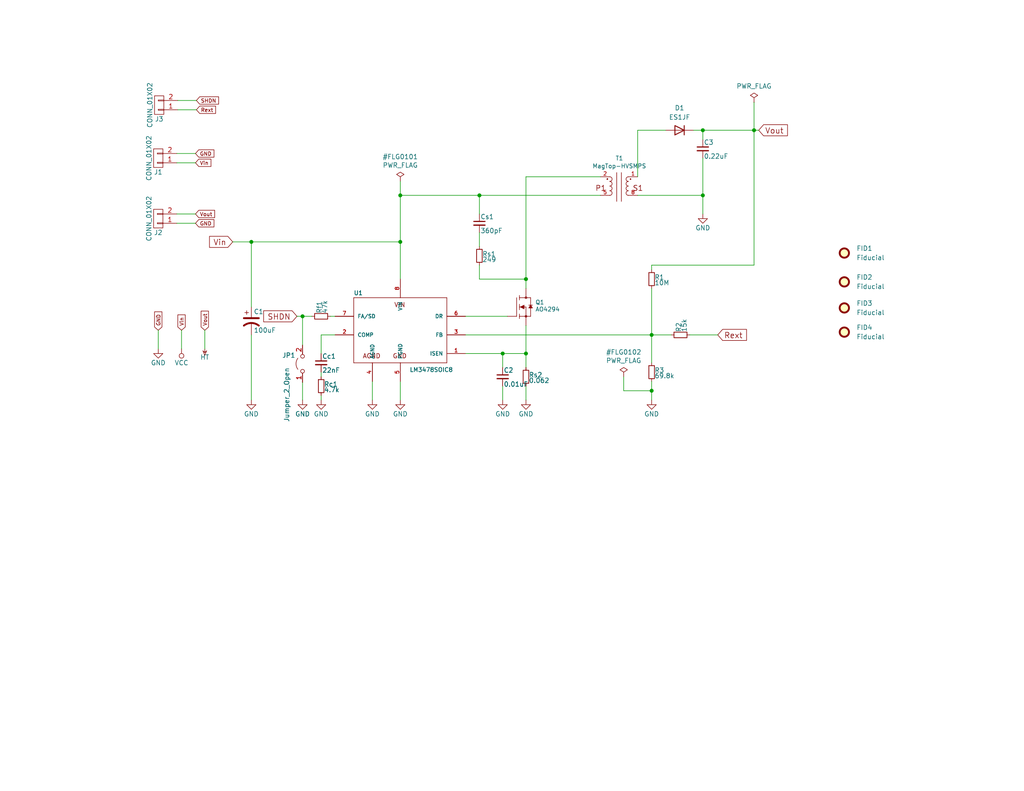
<source format=kicad_sch>
(kicad_sch (version 20211123) (generator eeschema)
  (paper "USLetter")
  (lib_symbols
    (symbol "Device:D" (pin_numbers hide) (pin_names (offset 1.016) hide)
      (property "Reference" "D" (at 0 2.54 0))
      (property "Value" "D" (at 0 -2.54 0))
      (symbol "D_0_1"
        (polyline (pts (xy -1.27 1.27) (xy -1.27 -1.27)) (stroke (width 0.254)))
        (polyline (pts (xy 1.27 0) (xy -1.27 0)))
        (polyline (pts (xy 1.27 1.27) (xy 1.27 -1.27) (xy -1.27 0) (xy 1.27 1.27)) (stroke (width 0.254)))
      )
      (symbol "D_1_1"
        (pin passive line (at -3.81 0 0) (length 2.54) (name "K") (number "1"))
        (pin passive line (at 3.81 0 180) (length 2.54) (name "A") (number "2"))
      )
    )
    (symbol "HVPS_SMD-rescue:PWR_FLAG-NixieClockMaster" (power) (pin_numbers hide) (pin_names (offset 0) hide)
      (property "Reference" "#FLG" (at 0 1.905 0))
      (property "Value" "PWR_FLAG-NixieClockMaster" (at 0 3.81 0))
      (symbol "PWR_FLAG-NixieClockMaster_0_0"
        (pin power_out line (at 0 0 90) (length 0) (name "pwr") (number "1"))
      )
      (symbol "PWR_FLAG-NixieClockMaster_0_1"
        (polyline (pts (xy 0 0) (xy 0 1.27) (xy -1.016 1.905) (xy 0 2.54) (xy 1.016 1.905) (xy 0 1.27)))
      )
    )
    (symbol "HVPS_SMD:CONN_01X02" (pin_names (offset 1.016) hide)
      (property "Reference" "J" (at 0 3.81 0))
      (property "Value" "CONN_01X02" (at 2.54 0 90))
      (symbol "CONN_01X02_0_1"
        (rectangle (start -1.27 -1.143) (end 0.254 -1.397))
        (rectangle (start -1.27 1.397) (end 0.254 1.143))
        (rectangle (start -1.27 2.54) (end 1.27 -2.54))
      )
      (symbol "CONN_01X02_1_1"
        (pin passive line (at -5.08 1.27 0) (length 3.81) (name "P1") (number "1"))
        (pin passive line (at -5.08 -1.27 0) (length 3.81) (name "P2") (number "2"))
      )
    )
    (symbol "HVPS_SMD:CP1" (pin_numbers hide) (pin_names (offset 0.254) hide)
      (property "Reference" "C" (at 0.635 2.54 0))
      (property "Value" "CP1" (at 0.635 -2.54 0))
      (symbol "CP1_0_1"
        (polyline (pts (xy -2.032 0.762) (xy 2.032 0.762)) (stroke (width 0.508)))
        (polyline (pts (xy -1.778 2.286) (xy -0.762 2.286)))
        (polyline (pts (xy -1.27 1.778) (xy -1.27 2.794)))
        (arc (start 2.032 -1.27) (mid 0 -0.5572) (end -2.032 -1.27) (stroke (width 0.508)))
      )
      (symbol "CP1_1_1"
        (pin passive line (at 0 3.81 270) (length 2.794) (name "~") (number "1"))
        (pin passive line (at 0 -3.81 90) (length 3.302) (name "~") (number "2"))
      )
    )
    (symbol "HVPS_SMD:C_Small" (pin_numbers hide) (pin_names (offset 0.254) hide)
      (property "Reference" "C" (at 0.254 1.778 0))
      (property "Value" "C_Small" (at 0.254 -2.032 0))
      (symbol "C_Small_0_1"
        (polyline (pts (xy -1.524 -0.508) (xy 1.524 -0.508)) (stroke (width 0.3302)))
        (polyline (pts (xy -1.524 0.508) (xy 1.524 0.508)) (stroke (width 0.3048)))
      )
      (symbol "C_Small_1_1"
        (pin passive line (at 0 2.54 270) (length 2.032) (name "~") (number "1"))
        (pin passive line (at 0 -2.54 90) (length 2.032) (name "~") (number "2"))
      )
    )
    (symbol "HVPS_SMD:GND" (power) (pin_names (offset 0))
      (property "Value" "GND" (at 0 -3.81 0))
      (symbol "GND_0_1"
        (polyline (pts (xy 0 0) (xy 0 -1.27) (xy 1.27 -1.27) (xy 0 -2.54) (xy -1.27 -1.27) (xy 0 -1.27)))
      )
      (symbol "GND_1_1"
        (pin power_in line (at 0 0 270) (length 0) hide (name "GND") (number "1"))
      )
    )
    (symbol "HVPS_SMD:HT" (power) (pin_names (offset 0))
      (property "Value" "HT" (at 0 2.286 0))
      (symbol "HT_0_0"
        (pin power_in line (at 0 0 90) (length 0) hide (name "HT") (number "1"))
      )
      (symbol "HT_0_1"
        (polyline (pts (xy 0 0) (xy 0 1.016) (xy 0 1.016)))
        (polyline (pts (xy 0 1.016) (xy 0.508 0.508) (xy 0 1.778) (xy -0.508 0.508) (xy 0 1.016) (xy 0 1.016)))
      )
    )
    (symbol "HVPS_SMD:LM3478SOIC8" (pin_names (offset 1.016))
      (property "Reference" "U" (at -12.7 8.255 0))
      (property "Value" "LM3478SOIC8" (at 2.54 -12.7 0))
      (symbol "LM3478SOIC8_1_0"
        (polyline (pts (xy -12.7 -10.16) (xy -12.7 7.62)))
        (polyline (pts (xy -12.7 7.62) (xy 12.7 7.62)))
        (polyline (pts (xy 12.7 -10.16) (xy -12.7 -10.16)))
        (polyline (pts (xy 12.7 7.62) (xy 12.7 -10.16)))
        (text "AGND" (at -7.8232 -8.2804 0) (effects (font (size 1.2192 1.2192))))
        (text "GND" (at -0.1524 -8.2804 0) (effects (font (size 1.2192 1.2192))))
        (text "VIN" (at -0.1524 5.6896 0) (effects (font (size 1.2192 1.2192))))
      )
      (symbol "LM3478SOIC8_1_1"
        (pin input line (at 17.78 -7.62 180) (length 5.08) (name "ISEN") (number "1"))
        (pin input line (at -17.78 -2.54 0) (length 5.08) (name "COMP") (number "2"))
        (pin input line (at 17.78 -2.54 180) (length 5.08) (name "FB") (number "3"))
        (pin power_in line (at -7.62 -15.24 90) (length 5.08) (name "AGND") (number "4"))
        (pin power_in line (at 0 -15.24 90) (length 5.08) (name "PGND") (number "5"))
        (pin output line (at 17.78 2.54 180) (length 5.08) (name "DR") (number "6"))
        (pin input line (at -17.78 2.54 0) (length 5.08) (name "FA/SD") (number "7"))
        (pin power_in line (at 0 12.7 270) (length 5.08) (name "VIN") (number "8"))
      )
    )
    (symbol "HVPS_SMD:MOSFET_SO08" (pin_numbers hide) (pin_names (offset 1.016) hide)
      (property "Reference" "M" (at -11.43 1.27 0))
      (property "Value" "MOSFET_SO08" (at -11.43 3.81 0))
      (symbol "MOSFET_SO08_1_0"
        (polyline (pts (xy 0 2.54) (xy 0 -2.54)))
        (polyline (pts (xy 0.762 -2.54) (xy 0.762 -3.175)))
        (polyline (pts (xy 0.762 -1.905) (xy 0.762 -2.54)))
        (polyline (pts (xy 0.762 0) (xy 0.762 -0.762)))
        (polyline (pts (xy 0.762 0) (xy 2.54 0)))
        (polyline (pts (xy 0.762 0.762) (xy 0.762 0)))
        (polyline (pts (xy 0.762 2.54) (xy 0.762 1.905)))
        (polyline (pts (xy 0.762 2.54) (xy 3.81 2.54)))
        (polyline (pts (xy 0.762 3.175) (xy 0.762 2.54)))
        (polyline (pts (xy 2.54 -2.54) (xy 0.762 -2.54)))
        (polyline (pts (xy 2.54 -2.54) (xy 3.81 -2.54)))
        (polyline (pts (xy 2.54 0) (xy 2.54 -2.54)))
        (polyline (pts (xy 3.302 0.508) (xy 3.81 0.508)))
        (polyline (pts (xy 3.81 -0.508) (xy 3.81 -2.54)))
        (polyline (pts (xy 3.81 0.508) (xy 3.81 -0.508)))
        (polyline (pts (xy 3.81 0.508) (xy 4.318 0.508)))
        (polyline (pts (xy 3.81 2.54) (xy 3.81 0.508)))
      )
      (symbol "MOSFET_SO08_1_1"
        (polyline (pts (xy 1.016 0) (xy 2.032 0.508) (xy 2.032 0.508) (xy 2.032 -0.508) (xy 2.032 -0.508) (xy 1.016 0)) (fill (type outline)))
        (polyline (pts (xy 3.81 0.508) (xy 3.302 -0.254) (xy 3.302 -0.254) (xy 4.318 -0.254) (xy 4.318 -0.254) (xy 3.81 0.508)) (fill (type outline)))
        (circle (center 2.54 -2.54) (radius 0.254))
        (circle (center 2.54 2.54) (radius 0.254))
        (pin passive line (at 2.54 -5.08 90) (length 2.54) (name "S") (number "1"))
        (pin passive line (at 2.54 -5.08 90) (length 2.54) hide (name "S") (number "2"))
        (pin passive line (at 2.54 -5.08 90) (length 2.54) hide (name "S") (number "3"))
        (pin passive line (at -2.54 -2.54 0) (length 2.54) (name "G") (number "4"))
        (pin passive line (at 2.54 5.08 270) (length 2.54) (name "D") (number "5"))
        (pin passive line (at 2.54 5.08 270) (length 2.54) hide (name "D") (number "6"))
        (pin passive line (at 2.54 5.08 270) (length 2.54) hide (name "D") (number "7"))
        (pin passive line (at 2.54 5.08 270) (length 2.54) hide (name "D") (number "8"))
      )
    )
    (symbol "HVPS_SMD:MagTop-HVSMPS" (pin_names (offset 1.016) hide)
      (property "Reference" "T" (at -6.35 12.7 0))
      (property "Value" "MagTop-HVSMPS" (at -6.35 0 0))
      (symbol "MagTop-HVSMPS_1_0"
        (polyline (pts (xy -0.635 11.303) (xy -0.635 3.429)))
        (polyline (pts (xy 0.635 11.303) (xy 0.635 3.429)))
        (text "P1" (at -5.0038 7.0612 0) (effects (font (size 1.4224 1.4224))))
        (text "S1" (at 5.1562 7.0612 0) (effects (font (size 1.4224 1.4224))))
      )
      (symbol "MagTop-HVSMPS_1_1"
        (circle (center -3.2258 9.4488) (radius 0.0001))
        (circle (center -3.175 9.5758) (radius 0.127) (fill (type outline)))
        (arc (start -2.54 5.08) (mid -1.905 5.715) (end -2.54 6.35))
        (arc (start -2.54 6.35) (mid -1.905 6.985) (end -2.54 7.62))
        (arc (start -2.54 7.62) (mid -1.905 8.255) (end -2.54 8.89))
        (arc (start -2.54 8.89) (mid -1.905 9.525) (end -2.54 10.16))
        (arc (start 2.54 6.35) (mid 1.905 5.715) (end 2.54 5.08))
        (arc (start 2.54 7.62) (mid 1.905 6.985) (end 2.54 6.35))
        (arc (start 2.54 8.89) (mid 1.905 8.255) (end 2.54 7.62))
        (arc (start 2.54 10.16) (mid 1.905 9.525) (end 2.54 8.89))
        (circle (center 3.1242 9.525) (radius 0.127) (fill (type outline)))
        (pin passive line (at 5.08 10.16 180) (length 2.54) (name "1") (number "1"))
        (pin passive line (at -5.08 10.16 0) (length 2.54) (name "2") (number "2"))
        (pin passive line (at -5.08 5.08 0) (length 2.54) (name "5") (number "5"))
        (pin passive line (at 5.08 5.08 180) (length 2.54) (name "8") (number "8"))
      )
    )
    (symbol "HVPS_SMD:R_Small" (pin_numbers hide) (pin_names (offset 0.254) hide)
      (property "Reference" "R" (at 0.762 0.508 0))
      (property "Value" "R_Small" (at 0.762 -1.016 0))
      (symbol "R_Small_0_1"
        (rectangle (start -0.762 1.778) (end 0.762 -1.778) (stroke (width 0.2032)))
      )
      (symbol "R_Small_1_1"
        (pin passive line (at 0 2.54 270) (length 0.762) (name "~") (number "1"))
        (pin passive line (at 0 -2.54 90) (length 0.762) (name "~") (number "2"))
      )
    )
    (symbol "HVPS_SMD:VCC" (power) (pin_names (offset 0))
      (property "Value" "VCC" (at 0 3.81 0))
      (symbol "VCC_0_1"
        (polyline (pts (xy 0 0) (xy 0 1.27)))
        (circle (center 0 1.905) (radius 0.635))
      )
      (symbol "VCC_1_1"
        (pin power_in line (at 0 0 90) (length 0) hide (name "VCC") (number "1"))
      )
    )
    (symbol "Mechanical:Fiducial"
      (property "Reference" "FID" (at 0 5.08 0))
      (property "Value" "Fiducial" (at 0 3.175 0))
      (symbol "Fiducial_0_1"
        (circle (center 0 0) (radius 1.27) (stroke (width 0.508)) (fill (type background)))
      )
    )
    (symbol "NixieClockMaster:Jumper_2_Open" (pin_names (offset 0) hide)
      (property "Reference" "JP1" (at 0 4.699 0))
      (property "Value" "Jumper_2_Open" (at 0 2.3876 0))
      (symbol "Jumper_2_Open_0_0"
        (circle (center -2.032 0) (radius 0.508))
        (circle (center 2.032 0) (radius 0.508))
      )
      (symbol "Jumper_2_Open_0_1"
        (arc (start 1.524 1.27) (mid 0 1.778) (end -1.524 1.27))
      )
      (symbol "Jumper_2_Open_1_1"
        (pin passive line (at -5.08 0 0) (length 2.54) (name "A") (number "1"))
        (pin passive line (at 5.08 0 180) (length 2.54) (name "B") (number "2"))
      )
    )
  )
  (junction (at 191.77 53.34))
  (junction (at 130.81 53.34))
  (junction (at 137.16 96.52))
  (junction (at 143.51 96.52))
  (junction (at 143.51 76.2))
  (junction (at 177.8 106.68))
  (junction (at 177.8 91.44))
  (junction (at 82.55 86.36))
  (junction (at 109.22 53.34))
  (junction (at 191.77 35.56))
  (junction (at 205.74 35.56))
  (junction (at 109.22 66.04))
  (junction (at 68.58 66.04))
  (wire (pts (xy 109.22 104.14) (xy 109.22 109.22)))
  (wire (pts (xy 130.81 63.5) (xy 130.81 67.31)))
  (wire (pts (xy 143.51 96.52) (xy 143.51 100.33)))
  (wire (pts (xy 173.99 35.56) (xy 173.99 48.26)))
  (wire (pts (xy 82.55 86.36) (xy 85.09 86.36)))
  (wire (pts (xy 53.594 29.972) (xy 48.514 29.972)))
  (wire (pts (xy 205.74 35.56) (xy 207.01 35.56)))
  (wire (pts (xy 130.81 53.34) (xy 163.83 53.34)))
  (wire (pts (xy 81.026 86.36) (xy 82.55 86.36)))
  (wire (pts (xy 205.74 35.56) (xy 205.74 72.39)))
  (wire (pts (xy 68.58 83.82) (xy 68.58 66.04)))
  (wire (pts (xy 143.51 88.9) (xy 143.51 96.52)))
  (wire (pts (xy 173.99 35.56) (xy 181.61 35.56)))
  (wire (pts (xy 109.22 66.04) (xy 109.22 76.2)))
  (wire (pts (xy 53.34 60.96) (xy 48.26 60.96)))
  (wire (pts (xy 177.8 91.44) (xy 183.134 91.44)))
  (wire (pts (xy 87.63 107.95) (xy 87.63 109.22)))
  (wire (pts (xy 109.22 53.34) (xy 130.81 53.34)))
  (wire (pts (xy 137.16 96.52) (xy 137.16 100.33)))
  (wire (pts (xy 109.22 49.53) (xy 109.22 53.34)))
  (wire (pts (xy 177.8 78.74) (xy 177.8 91.44)))
  (wire (pts (xy 82.55 86.36) (xy 82.55 94.234)))
  (wire (pts (xy 170.18 102.87) (xy 170.18 106.68)))
  (wire (pts (xy 188.214 91.44) (xy 195.834 91.44)))
  (wire (pts (xy 91.44 86.36) (xy 90.17 86.36)))
  (wire (pts (xy 127 86.36) (xy 138.43 86.36)))
  (wire (pts (xy 127 96.52) (xy 137.16 96.52)))
  (wire (pts (xy 143.51 105.41) (xy 143.51 109.22)))
  (wire (pts (xy 53.34 44.45) (xy 48.26 44.45)))
  (wire (pts (xy 191.77 35.56) (xy 205.74 35.56)))
  (wire (pts (xy 191.77 43.18) (xy 191.77 53.34)))
  (wire (pts (xy 191.77 35.56) (xy 191.77 38.1)))
  (wire (pts (xy 87.63 101.6) (xy 87.63 102.87)))
  (wire (pts (xy 173.99 53.34) (xy 191.77 53.34)))
  (wire (pts (xy 177.8 91.44) (xy 127 91.44)))
  (wire (pts (xy 137.16 96.52) (xy 143.51 96.52)))
  (wire (pts (xy 109.22 53.34) (xy 109.22 66.04)))
  (wire (pts (xy 49.53 90.17) (xy 49.53 95.25)))
  (wire (pts (xy 63.5 66.04) (xy 68.58 66.04)))
  (wire (pts (xy 91.44 91.44) (xy 87.63 91.44)))
  (wire (pts (xy 170.18 106.68) (xy 177.8 106.68)))
  (wire (pts (xy 87.63 91.44) (xy 87.63 96.52)))
  (wire (pts (xy 130.81 76.2) (xy 143.51 76.2)))
  (wire (pts (xy 205.74 72.39) (xy 177.8 72.39)))
  (wire (pts (xy 163.83 48.26) (xy 143.51 48.26)))
  (wire (pts (xy 82.55 104.394) (xy 82.55 109.22)))
  (wire (pts (xy 43.18 90.17) (xy 43.18 95.25)))
  (wire (pts (xy 68.58 91.44) (xy 68.58 109.22)))
  (wire (pts (xy 143.51 48.26) (xy 143.51 76.2)))
  (wire (pts (xy 68.58 66.04) (xy 109.22 66.04)))
  (wire (pts (xy 177.8 104.14) (xy 177.8 106.68)))
  (wire (pts (xy 101.6 104.14) (xy 101.6 109.22)))
  (wire (pts (xy 130.81 53.34) (xy 130.81 58.42)))
  (wire (pts (xy 177.8 72.39) (xy 177.8 73.66)))
  (wire (pts (xy 205.74 27.94) (xy 205.74 35.56)))
  (wire (pts (xy 143.51 76.2) (xy 143.51 78.74)))
  (wire (pts (xy 53.34 58.42) (xy 48.26 58.42)))
  (wire (pts (xy 137.16 105.41) (xy 137.16 109.22)))
  (wire (pts (xy 55.88 90.17) (xy 55.88 95.25)))
  (wire (pts (xy 177.8 91.44) (xy 177.8 99.06)))
  (wire (pts (xy 53.34 41.91) (xy 48.26 41.91)))
  (wire (pts (xy 53.594 27.432) (xy 48.514 27.432)))
  (wire (pts (xy 189.23 35.56) (xy 191.77 35.56)))
  (wire (pts (xy 177.8 106.68) (xy 177.8 109.22)))
  (wire (pts (xy 130.81 72.39) (xy 130.81 76.2)))
  (wire (pts (xy 191.77 53.34) (xy 191.77 58.42)))
  (global_label "GND" (shape input) (at 43.18 90.17 90) (effects (font (size 1.016 1.016))) (property "Intersheet References" "${INTERSHEET_REFS}" (effects hide)))
  (global_label "GND" (shape input) (at 53.34 41.91 0) (effects (font (size 1.016 1.016))) (property "Intersheet References" "${INTERSHEET_REFS}" (effects hide)))
  (global_label "Vout" (shape input) (at 53.34 58.42 0) (effects (font (size 1.016 1.016))) (property "Intersheet References" "${INTERSHEET_REFS}" (effects hide)))
  (global_label "Vout" (shape input) (at 207.01 35.56 0) (effects (font (size 1.524 1.524))) (property "Intersheet References" "${INTERSHEET_REFS}" (effects hide)))
  (global_label "Vin" (shape input) (at 49.53 90.17 90) (effects (font (size 1.016 1.016))) (property "Intersheet References" "${INTERSHEET_REFS}" (effects hide)))
  (global_label "SHDN" (shape input) (at 81.026 86.36 180) (effects (font (size 1.524 1.524))) (property "Intersheet References" "${INTERSHEET_REFS}" (effects hide)))
  (global_label "Rext" (shape input) (at 195.834 91.44 0) (effects (font (size 1.524 1.524))) (property "Intersheet References" "${INTERSHEET_REFS}" (effects hide)))
  (global_label "Vin" (shape input) (at 63.5 66.04 180) (effects (font (size 1.524 1.524))) (property "Intersheet References" "${INTERSHEET_REFS}" (effects hide)))
  (global_label "Vout" (shape input) (at 55.88 90.17 90) (effects (font (size 1.016 1.016))) (property "Intersheet References" "${INTERSHEET_REFS}" (effects hide)))
  (global_label "GND" (shape input) (at 53.34 60.96 0) (effects (font (size 1.016 1.016))) (property "Intersheet References" "${INTERSHEET_REFS}" (effects hide)))
  (global_label "Vin" (shape input) (at 53.34 44.45 0) (effects (font (size 1.016 1.016))) (property "Intersheet References" "${INTERSHEET_REFS}" (effects hide)))
  (global_label "Rext" (shape input) (at 53.594 29.972 0) (effects (font (size 1.016 1.016))) (property "Intersheet References" "${INTERSHEET_REFS}" (effects hide)))
  (global_label "SHDN" (shape input) (at 53.594 27.432 0) (effects (font (size 1.016 1.016))) (property "Intersheet References" "${INTERSHEET_REFS}" (effects hide)))
  (symbol (lib_id "HVPS_SMD:LM3478SOIC8") (at 109.22 88.9 0) (unit 1)
    (property "Reference" "U1" (at 96.52 80.645 0) (effects (font (size 1.143 1.143)) (justify left bottom)))
    (property "Value" "LM3478SOIC8" (at 111.76 101.6 0) (effects (font (size 1.143 1.143)) (justify left bottom)))
    (property "Footprint" "Package_SO:SOIC-8_3.9x4.9mm_P1.27mm" (effects hide))
  )
  (symbol (lib_id "HVPS_SMD:MOSFET_SO08") (at 140.97 83.82 0) (unit 1)
    (property "Reference" "Q1" (at 146.05 83.185 0) (effects (font (size 1.143 1.143)) (justify left bottom)))
    (property "Value" "AO4294" (at 146.05 85.09 0) (effects (font (size 1.143 1.143)) (justify left bottom)))
    (property "Footprint" "Package_SO:SOIC-8_3.9x4.9mm_P1.27mm" (effects hide))
  )
  (symbol (lib_id "HVPS_SMD:GND") (at 109.22 109.22 0) (unit 1)
    (property "Reference" "#PWR01" (effects hide))
    (property "Value" "GND" (at 109.22 113.03 0))
  )
  (symbol (lib_id "HVPS_SMD:GND") (at 101.6 109.22 0) (unit 1)
    (property "Reference" "#PWR02" (effects hide))
    (property "Value" "GND" (at 101.6 113.03 0))
  )
  (symbol (lib_id "HVPS_SMD:GND") (at 143.51 109.22 0) (unit 1)
    (property "Reference" "#PWR03" (effects hide))
    (property "Value" "GND" (at 143.51 113.03 0))
  )
  (symbol (lib_id "HVPS_SMD:R_Small") (at 143.51 102.87 0) (unit 1)
    (property "Reference" "Rs2" (at 144.272 102.362 0) (effects (justify left)))
    (property "Value" "0.062" (at 144.272 103.886 0) (effects (justify left)))
    (property "Footprint" "Resistor_SMD:R_1206_3216Metric" (effects hide))
    (property "Datasheet" "C327069" (effects hide))
  )
  (symbol (lib_id "HVPS_SMD:C_Small") (at 137.16 102.87 0) (unit 1)
    (property "Reference" "C2" (at 137.414 101.092 0) (effects (justify left)))
    (property "Value" "0.01uF" (at 137.414 104.902 0) (effects (justify left)))
    (property "Footprint" "Capacitor_SMD:C_0805_2012Metric" (effects hide))
  )
  (symbol (lib_id "HVPS_SMD:GND") (at 137.16 109.22 0) (unit 1)
    (property "Reference" "#PWR04" (effects hide))
    (property "Value" "GND" (at 137.16 113.03 0))
  )
  (symbol (lib_id "HVPS_SMD:C_Small") (at 87.63 99.06 0) (unit 1)
    (property "Reference" "Cc1" (at 87.884 97.282 0) (effects (justify left)))
    (property "Value" "22nF" (at 87.884 101.092 0) (effects (justify left)))
    (property "Footprint" "Capacitor_SMD:C_0805_2012Metric" (effects hide))
  )
  (symbol (lib_id "HVPS_SMD:R_Small") (at 87.63 105.41 0) (unit 1)
    (property "Reference" "Rc1" (at 88.392 104.902 0) (effects (justify left)))
    (property "Value" "4.7k" (at 88.392 106.426 0) (effects (justify left)))
    (property "Footprint" "lib_fp:R_0805" (effects hide))
  )
  (symbol (lib_id "HVPS_SMD:GND") (at 87.63 109.22 0) (unit 1)
    (property "Reference" "#PWR05" (effects hide))
    (property "Value" "GND" (at 87.63 113.03 0))
  )
  (symbol (lib_id "HVPS_SMD:C_Small") (at 191.77 40.64 0) (unit 1)
    (property "Reference" "C3" (at 192.024 38.862 0) (effects (justify left)))
    (property "Value" "0.22uF" (at 192.024 42.672 0) (effects (justify left)))
    (property "Footprint" "lib_fp:C_1210" (effects hide))
  )
  (symbol (lib_id "HVPS_SMD:GND") (at 191.77 58.42 0) (unit 1)
    (property "Reference" "#PWR06" (effects hide))
    (property "Value" "GND" (at 191.77 62.23 0))
  )
  (symbol (lib_id "HVPS_SMD:R_Small") (at 177.8 101.6 0) (unit 1)
    (property "Reference" "R3" (at 178.562 101.092 0) (effects (justify left)))
    (property "Value" "69.8k" (at 178.562 102.616 0) (effects (justify left)))
    (property "Footprint" "lib_fp:R_0805" (effects hide))
  )
  (symbol (lib_id "HVPS_SMD:R_Small") (at 87.63 86.36 90) (unit 1)
    (property "Reference" "Rf1" (at 87.122 85.598 0) (effects (justify left)))
    (property "Value" "47k" (at 88.646 85.598 0) (effects (justify left)))
    (property "Footprint" "lib_fp:R_0805" (effects hide))
  )
  (symbol (lib_id "HVPS_SMD:GND") (at 177.8 109.22 0) (unit 1)
    (property "Reference" "#PWR07" (effects hide))
    (property "Value" "GND" (at 177.8 113.03 0))
  )
  (symbol (lib_id "HVPS_SMD:R_Small") (at 130.81 69.85 0) (unit 1)
    (property "Reference" "Rs1" (at 131.572 69.342 0) (effects (justify left)))
    (property "Value" "249" (at 131.572 70.866 0) (effects (justify left)))
    (property "Footprint" "lib_fp:R_1206" (effects hide))
  )
  (symbol (lib_id "HVPS_SMD:C_Small") (at 130.81 60.96 0) (unit 1)
    (property "Reference" "Cs1" (at 131.064 59.182 0) (effects (justify left)))
    (property "Value" "360pF" (at 131.064 62.992 0) (effects (justify left)))
    (property "Footprint" "Capacitor_SMD:C_0805_2012Metric" (effects hide))
    (property "Datasheet" "C28167" (effects hide))
  )
  (symbol (lib_id "HVPS_SMD:CP1") (at 68.58 87.63 0) (unit 1)
    (property "Reference" "C1" (at 69.215 85.09 0) (effects (justify left)))
    (property "Value" "100uF" (at 69.215 90.17 0) (effects (justify left)))
    (property "Footprint" "lib_fp:C_1210" (effects hide))
  )
  (symbol (lib_id "HVPS_SMD:GND") (at 68.58 109.22 0) (unit 1)
    (property "Reference" "#PWR08" (effects hide))
    (property "Value" "GND" (at 68.58 113.03 0))
  )
  (symbol (lib_id "HVPS_SMD:CONN_01X02") (at 43.18 59.69 180) (unit 1)
    (property "Reference" "J2" (at 43.18 63.5 0))
    (property "Value" "CONN_01X02" (at 40.64 59.69 90))
    (property "Footprint" "NixieClockMaster:Header_MA02-Edge-3.2" (effects hide))
  )
  (symbol (lib_id "HVPS_SMD:GND") (at 43.18 95.25 0) (unit 1)
    (property "Reference" "#PWR09" (effects hide))
    (property "Value" "GND" (at 43.18 99.06 0))
  )
  (symbol (lib_id "HVPS_SMD:VCC") (at 49.53 95.25 180) (unit 1)
    (property "Reference" "#PWR010" (effects hide))
    (property "Value" "VCC" (at 49.53 99.06 0))
  )
  (symbol (lib_id "HVPS_SMD:HT") (at 55.88 95.25 180) (unit 1)
    (property "Reference" "#PWR011" (effects hide))
    (property "Value" "HT" (at 55.88 97.536 0))
  )
  (symbol (lib_id "HVPS_SMD:R_Small") (at 177.8 76.2 0) (unit 1)
    (property "Reference" "R1" (at 178.562 75.692 0) (effects (justify left)))
    (property "Value" "10M" (at 178.562 77.216 0) (effects (justify left)))
    (property "Footprint" "lib_fp:R_0805" (effects hide))
  )
  (symbol (lib_id "HVPS_SMD:CONN_01X02") (at 43.18 43.18 180) (unit 1)
    (property "Reference" "J1" (at 43.18 46.99 0))
    (property "Value" "CONN_01X02" (at 40.64 43.18 90))
    (property "Footprint" "NixieClockMaster:Header_MA02-Edge-3.2" (effects hide))
  )
  (symbol (lib_id "HVPS_SMD-rescue:PWR_FLAG-NixieClockMaster") (at 109.22 49.53 0) (unit 1)
    (property "Reference" "#FLG0101" (at 109.22 42.799 0))
    (property "Value" "PWR_FLAG" (at 109.22 45.1104 0))
  )
  (symbol (lib_id "HVPS_SMD-rescue:PWR_FLAG-NixieClockMaster") (at 170.18 102.87 0) (unit 1)
    (property "Reference" "#FLG0102" (at 170.18 96.139 0))
    (property "Value" "PWR_FLAG" (at 170.18 98.4504 0))
  )
  (symbol (lib_id "HVPS_SMD-rescue:PWR_FLAG-NixieClockMaster") (at 205.74 27.94 0) (unit 1)
    (property "Reference" "#FLG0103" (effects hide))
    (property "Value" "PWR_FLAG" (at 205.74 23.5204 0))
  )
  (symbol (lib_id "HVPS_SMD:MagTop-HVSMPS") (at 168.91 58.42 0) (unit 1)
    (property "Reference" "T1" (at 168.9862 43.2054 0) (effects (font (size 1.143 1.143))))
    (property "Value" "MagTop-HVSMPS" (at 168.9862 45.339 0) (effects (font (size 1.143 1.143))))
    (property "Footprint" "lib_fp:nixiemisc-WE-FLEX_ER11_5" (effects hide))
  )
  (symbol (lib_id "HVPS_SMD:GND") (at 82.55 109.22 0) (unit 1)
    (property "Reference" "#PWR0101" (effects hide))
    (property "Value" "GND" (at 82.55 113.03 0))
  )
  (symbol (lib_id "Mechanical:Fiducial") (at 230.378 76.962 0) (unit 1)
    (property "Reference" "FID2" (at 233.68 75.6919 0) (effects (justify left)))
    (property "Value" "Fiducial" (at 233.68 78.2319 0) (effects (justify left)))
    (property "Footprint" "Fiducial:Fiducial_0.75mm_Mask1.5mm" (effects hide))
  )
  (symbol (lib_id "Mechanical:Fiducial") (at 230.378 90.678 0) (unit 1)
    (property "Reference" "FID4" (at 233.68 89.4079 0) (effects (justify left)))
    (property "Value" "Fiducial" (at 233.68 91.9479 0) (effects (justify left)))
    (property "Footprint" "Fiducial:Fiducial_0.75mm_Mask1.5mm" (effects hide))
  )
  (symbol (lib_id "NixieClockMaster:Jumper_2_Open") (at 82.55 99.314 90) (unit 1)
    (property "Reference" "JP1" (at 76.962 97.028 90) (effects (justify right)))
    (property "Value" "Jumper_2_Open" (at 78.232 100.33 0) (effects (justify right)))
    (property "Footprint" "NixieClockMaster:SolderJumper-2_P1.3mm_Open_Pad1.0x1.5mm_NoCtYd" (effects hide))
  )
  (symbol (lib_id "HVPS_SMD:CONN_01X02") (at 43.434 28.702 180) (unit 1)
    (property "Reference" "J3" (at 43.434 32.512 0))
    (property "Value" "CONN_01X02" (at 40.894 28.702 90))
    (property "Footprint" "NixieClockMaster:Header_MA02-Edge-3.2" (effects hide))
  )
  (symbol (lib_id "Device:D") (at 185.42 35.56 180) (unit 1)
    (property "Reference" "D1" (at 185.42 29.464 0))
    (property "Value" "ES1JF" (at 185.42 32.004 0))
    (property "Footprint" "NixieClockMaster:SMAF" (effects hide))
  )
  (symbol (lib_id "Mechanical:Fiducial") (at 230.378 84.074 0) (unit 1)
    (property "Reference" "FID3" (at 233.68 82.8039 0) (effects (justify left)))
    (property "Value" "Fiducial" (at 233.68 85.3439 0) (effects (justify left)))
    (property "Footprint" "Fiducial:Fiducial_0.75mm_Mask1.5mm" (effects hide))
  )
  (symbol (lib_id "HVPS_SMD:R_Small") (at 185.674 91.44 90) (unit 1)
    (property "Reference" "R2" (at 185.166 90.678 0) (effects (justify left)))
    (property "Value" "15k" (at 186.69 90.678 0) (effects (justify left)))
    (property "Footprint" "lib_fp:R_0805" (effects hide))
  )
  (symbol (lib_id "Mechanical:Fiducial") (at 230.378 69.088 0) (unit 1)
    (property "Reference" "FID1" (at 233.68 67.8179 0) (effects (justify left)))
    (property "Value" "Fiducial" (at 233.68 70.3579 0) (effects (justify left)))
    (property "Footprint" "Fiducial:Fiducial_0.75mm_Mask1.5mm" (effects hide))
  )
)
</source>
